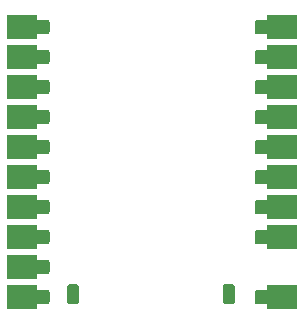
<source format=gbs>
G04 #@! TF.GenerationSoftware,KiCad,Pcbnew,9.0.1+1*
G04 #@! TF.CreationDate,2025-11-11T08:29:41+00:00*
G04 #@! TF.ProjectId,sim-and-sd-card,73696d2d-616e-4642-9d73-642d63617264,rev?*
G04 #@! TF.SameCoordinates,Original*
G04 #@! TF.FileFunction,Soldermask,Bot*
G04 #@! TF.FilePolarity,Negative*
%FSLAX46Y46*%
G04 Gerber Fmt 4.6, Leading zero omitted, Abs format (unit mm)*
G04 Created by KiCad (PCBNEW 9.0.1+1) date 2025-11-11 08:29:41*
%MOMM*%
%LPD*%
G01*
G04 APERTURE LIST*
%ADD10R,2.540000X2.000000*%
G04 APERTURE END LIST*
G36*
G01*
X51212400Y-59415956D02*
X51212400Y-58060444D01*
G75*
G02*
X51384644Y-57888200I172244J0D01*
G01*
X52090156Y-57888200D01*
G75*
G02*
X52262400Y-58060444I0J-172244D01*
G01*
X52262400Y-59415956D01*
G75*
G02*
X52090156Y-59588200I-172244J0D01*
G01*
X51384644Y-59588200D01*
G75*
G02*
X51212400Y-59415956I0J172244D01*
G01*
G37*
G36*
G01*
X65452400Y-58060444D02*
X65452400Y-59415956D01*
G75*
G02*
X65280156Y-59588200I-172244J0D01*
G01*
X64574644Y-59588200D01*
G75*
G02*
X64402400Y-59415956I0J172244D01*
G01*
X64402400Y-58060444D01*
G75*
G02*
X64574644Y-57888200I172244J0D01*
G01*
X65280156Y-57888200D01*
G75*
G02*
X65452400Y-58060444I0J-172244D01*
G01*
G37*
D10*
X69442800Y-58966800D03*
G36*
G01*
X67117800Y-59341800D02*
X67117800Y-58591800D01*
G75*
G02*
X67367800Y-58341800I250000J0D01*
G01*
X68117800Y-58341800D01*
G75*
G02*
X68367800Y-58591800I0J-250000D01*
G01*
X68367800Y-59341800D01*
G75*
G02*
X68117800Y-59591800I-250000J0D01*
G01*
X67367800Y-59591800D01*
G75*
G02*
X67117800Y-59341800I0J250000D01*
G01*
G37*
X69442800Y-53886800D03*
G36*
G01*
X67117800Y-54261800D02*
X67117800Y-53511800D01*
G75*
G02*
X67367800Y-53261800I250000J0D01*
G01*
X68117800Y-53261800D01*
G75*
G02*
X68367800Y-53511800I0J-250000D01*
G01*
X68367800Y-54261800D01*
G75*
G02*
X68117800Y-54511800I-250000J0D01*
G01*
X67367800Y-54511800D01*
G75*
G02*
X67117800Y-54261800I0J250000D01*
G01*
G37*
X69442800Y-51346800D03*
G36*
G01*
X67117800Y-51721800D02*
X67117800Y-50971800D01*
G75*
G02*
X67367800Y-50721800I250000J0D01*
G01*
X68117800Y-50721800D01*
G75*
G02*
X68367800Y-50971800I0J-250000D01*
G01*
X68367800Y-51721800D01*
G75*
G02*
X68117800Y-51971800I-250000J0D01*
G01*
X67367800Y-51971800D01*
G75*
G02*
X67117800Y-51721800I0J250000D01*
G01*
G37*
X69442800Y-48806800D03*
G36*
G01*
X67117800Y-49181800D02*
X67117800Y-48431800D01*
G75*
G02*
X67367800Y-48181800I250000J0D01*
G01*
X68117800Y-48181800D01*
G75*
G02*
X68367800Y-48431800I0J-250000D01*
G01*
X68367800Y-49181800D01*
G75*
G02*
X68117800Y-49431800I-250000J0D01*
G01*
X67367800Y-49431800D01*
G75*
G02*
X67117800Y-49181800I0J250000D01*
G01*
G37*
X69442800Y-46266800D03*
G36*
G01*
X67117800Y-46641800D02*
X67117800Y-45891800D01*
G75*
G02*
X67367800Y-45641800I250000J0D01*
G01*
X68117800Y-45641800D01*
G75*
G02*
X68367800Y-45891800I0J-250000D01*
G01*
X68367800Y-46641800D01*
G75*
G02*
X68117800Y-46891800I-250000J0D01*
G01*
X67367800Y-46891800D01*
G75*
G02*
X67117800Y-46641800I0J250000D01*
G01*
G37*
X69442800Y-43726800D03*
G36*
G01*
X67117800Y-44101800D02*
X67117800Y-43351800D01*
G75*
G02*
X67367800Y-43101800I250000J0D01*
G01*
X68117800Y-43101800D01*
G75*
G02*
X68367800Y-43351800I0J-250000D01*
G01*
X68367800Y-44101800D01*
G75*
G02*
X68117800Y-44351800I-250000J0D01*
G01*
X67367800Y-44351800D01*
G75*
G02*
X67117800Y-44101800I0J250000D01*
G01*
G37*
X69442800Y-41186800D03*
G36*
G01*
X67117800Y-41561800D02*
X67117800Y-40811800D01*
G75*
G02*
X67367800Y-40561800I250000J0D01*
G01*
X68117800Y-40561800D01*
G75*
G02*
X68367800Y-40811800I0J-250000D01*
G01*
X68367800Y-41561800D01*
G75*
G02*
X68117800Y-41811800I-250000J0D01*
G01*
X67367800Y-41811800D01*
G75*
G02*
X67117800Y-41561800I0J250000D01*
G01*
G37*
X69442800Y-38646800D03*
G36*
G01*
X67117800Y-39021800D02*
X67117800Y-38271800D01*
G75*
G02*
X67367800Y-38021800I250000J0D01*
G01*
X68117800Y-38021800D01*
G75*
G02*
X68367800Y-38271800I0J-250000D01*
G01*
X68367800Y-39021800D01*
G75*
G02*
X68117800Y-39271800I-250000J0D01*
G01*
X67367800Y-39271800D01*
G75*
G02*
X67117800Y-39021800I0J250000D01*
G01*
G37*
X69442800Y-36106800D03*
G36*
G01*
X67117800Y-36481800D02*
X67117800Y-35731800D01*
G75*
G02*
X67367800Y-35481800I250000J0D01*
G01*
X68117800Y-35481800D01*
G75*
G02*
X68367800Y-35731800I0J-250000D01*
G01*
X68367800Y-36481800D01*
G75*
G02*
X68117800Y-36731800I-250000J0D01*
G01*
X67367800Y-36731800D01*
G75*
G02*
X67117800Y-36481800I0J250000D01*
G01*
G37*
G36*
G01*
X48517800Y-59341800D02*
X48517800Y-58591800D01*
G75*
G02*
X48767800Y-58341800I250000J0D01*
G01*
X49517800Y-58341800D01*
G75*
G02*
X49767800Y-58591800I0J-250000D01*
G01*
X49767800Y-59341800D01*
G75*
G02*
X49517800Y-59591800I-250000J0D01*
G01*
X48767800Y-59591800D01*
G75*
G02*
X48517800Y-59341800I0J250000D01*
G01*
G37*
X47442800Y-58966800D03*
G36*
G01*
X48517800Y-56801800D02*
X48517800Y-56051800D01*
G75*
G02*
X48767800Y-55801800I250000J0D01*
G01*
X49517800Y-55801800D01*
G75*
G02*
X49767800Y-56051800I0J-250000D01*
G01*
X49767800Y-56801800D01*
G75*
G02*
X49517800Y-57051800I-250000J0D01*
G01*
X48767800Y-57051800D01*
G75*
G02*
X48517800Y-56801800I0J250000D01*
G01*
G37*
X47442800Y-56426800D03*
G36*
G01*
X48517800Y-54261800D02*
X48517800Y-53511800D01*
G75*
G02*
X48767800Y-53261800I250000J0D01*
G01*
X49517800Y-53261800D01*
G75*
G02*
X49767800Y-53511800I0J-250000D01*
G01*
X49767800Y-54261800D01*
G75*
G02*
X49517800Y-54511800I-250000J0D01*
G01*
X48767800Y-54511800D01*
G75*
G02*
X48517800Y-54261800I0J250000D01*
G01*
G37*
X47442800Y-53886800D03*
G36*
G01*
X48517800Y-51721800D02*
X48517800Y-50971800D01*
G75*
G02*
X48767800Y-50721800I250000J0D01*
G01*
X49517800Y-50721800D01*
G75*
G02*
X49767800Y-50971800I0J-250000D01*
G01*
X49767800Y-51721800D01*
G75*
G02*
X49517800Y-51971800I-250000J0D01*
G01*
X48767800Y-51971800D01*
G75*
G02*
X48517800Y-51721800I0J250000D01*
G01*
G37*
X47442800Y-51346800D03*
G36*
G01*
X48517800Y-49181800D02*
X48517800Y-48431800D01*
G75*
G02*
X48767800Y-48181800I250000J0D01*
G01*
X49517800Y-48181800D01*
G75*
G02*
X49767800Y-48431800I0J-250000D01*
G01*
X49767800Y-49181800D01*
G75*
G02*
X49517800Y-49431800I-250000J0D01*
G01*
X48767800Y-49431800D01*
G75*
G02*
X48517800Y-49181800I0J250000D01*
G01*
G37*
X47442800Y-48806800D03*
G36*
G01*
X48517800Y-46641800D02*
X48517800Y-45891800D01*
G75*
G02*
X48767800Y-45641800I250000J0D01*
G01*
X49517800Y-45641800D01*
G75*
G02*
X49767800Y-45891800I0J-250000D01*
G01*
X49767800Y-46641800D01*
G75*
G02*
X49517800Y-46891800I-250000J0D01*
G01*
X48767800Y-46891800D01*
G75*
G02*
X48517800Y-46641800I0J250000D01*
G01*
G37*
X47442800Y-46266800D03*
G36*
G01*
X48517800Y-44101800D02*
X48517800Y-43351800D01*
G75*
G02*
X48767800Y-43101800I250000J0D01*
G01*
X49517800Y-43101800D01*
G75*
G02*
X49767800Y-43351800I0J-250000D01*
G01*
X49767800Y-44101800D01*
G75*
G02*
X49517800Y-44351800I-250000J0D01*
G01*
X48767800Y-44351800D01*
G75*
G02*
X48517800Y-44101800I0J250000D01*
G01*
G37*
X47442800Y-43726800D03*
G36*
G01*
X48517800Y-41561800D02*
X48517800Y-40811800D01*
G75*
G02*
X48767800Y-40561800I250000J0D01*
G01*
X49517800Y-40561800D01*
G75*
G02*
X49767800Y-40811800I0J-250000D01*
G01*
X49767800Y-41561800D01*
G75*
G02*
X49517800Y-41811800I-250000J0D01*
G01*
X48767800Y-41811800D01*
G75*
G02*
X48517800Y-41561800I0J250000D01*
G01*
G37*
X47442800Y-41186800D03*
G36*
G01*
X48517800Y-39021800D02*
X48517800Y-38271800D01*
G75*
G02*
X48767800Y-38021800I250000J0D01*
G01*
X49517800Y-38021800D01*
G75*
G02*
X49767800Y-38271800I0J-250000D01*
G01*
X49767800Y-39021800D01*
G75*
G02*
X49517800Y-39271800I-250000J0D01*
G01*
X48767800Y-39271800D01*
G75*
G02*
X48517800Y-39021800I0J250000D01*
G01*
G37*
X47442800Y-38646800D03*
G36*
G01*
X48517800Y-36481800D02*
X48517800Y-35731800D01*
G75*
G02*
X48767800Y-35481800I250000J0D01*
G01*
X49517800Y-35481800D01*
G75*
G02*
X49767800Y-35731800I0J-250000D01*
G01*
X49767800Y-36481800D01*
G75*
G02*
X49517800Y-36731800I-250000J0D01*
G01*
X48767800Y-36731800D01*
G75*
G02*
X48517800Y-36481800I0J250000D01*
G01*
G37*
X47442800Y-36106800D03*
M02*

</source>
